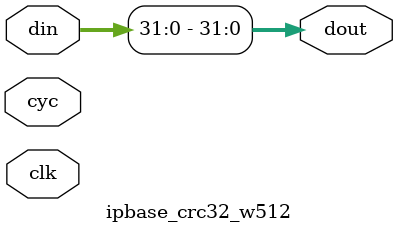
<source format=sv>
module ipbase_crc32_w512(
    input   wire                    clk     ,
    input   wire    [511:0]         din     ,
    input   wire    [31:0]          cyc     ,
    output  wire    [31:0]          dout    
);
    assign dout = din[31:0];
endmodule
</source>
